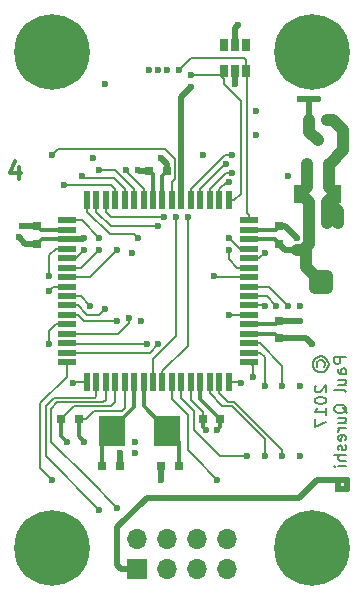
<source format=gbl>
G04 #@! TF.FileFunction,Copper,L4,Bot,Signal*
%FSLAX46Y46*%
G04 Gerber Fmt 4.6, Leading zero omitted, Abs format (unit mm)*
G04 Created by KiCad (PCBNEW 4.0.5) date 07/09/17 21:46:26*
%MOMM*%
%LPD*%
G01*
G04 APERTURE LIST*
%ADD10C,0.100000*%
%ADD11C,0.300000*%
%ADD12C,0.150000*%
%ADD13R,0.800000X0.750000*%
%ADD14R,1.000000X1.600000*%
%ADD15R,0.750000X0.800000*%
%ADD16R,0.800000X0.900000*%
%ADD17R,1.500000X0.550000*%
%ADD18R,0.550000X1.500000*%
%ADD19R,0.650000X1.060000*%
%ADD20R,2.260000X2.600000*%
%ADD21C,6.400000*%
%ADD22R,1.700000X1.700000*%
%ADD23O,1.700000X1.700000*%
%ADD24C,0.600000*%
%ADD25C,0.500000*%
%ADD26C,1.000000*%
%ADD27C,0.200000*%
G04 APERTURE END LIST*
D10*
D11*
X51185715Y-63778571D02*
X51185715Y-64778571D01*
X50828572Y-63207143D02*
X50471429Y-64278571D01*
X51400001Y-64278571D01*
D12*
X76465476Y-80647619D02*
X76417857Y-80552381D01*
X76417857Y-80361905D01*
X76465476Y-80266667D01*
X76560714Y-80171429D01*
X76655952Y-80123810D01*
X76846429Y-80123810D01*
X76941667Y-80171429D01*
X77036905Y-80266667D01*
X77084524Y-80361905D01*
X77084524Y-80552381D01*
X77036905Y-80647619D01*
X76084524Y-80457143D02*
X76132143Y-80219048D01*
X76275000Y-79980952D01*
X76513095Y-79838095D01*
X76751190Y-79790476D01*
X76989286Y-79838095D01*
X77227381Y-79980952D01*
X77370238Y-80219048D01*
X77417857Y-80457143D01*
X77370238Y-80695238D01*
X77227381Y-80933333D01*
X76989286Y-81076190D01*
X76751190Y-81123810D01*
X76513095Y-81076190D01*
X76275000Y-80933333D01*
X76132143Y-80695238D01*
X76084524Y-80457143D01*
X76322619Y-82266667D02*
X76275000Y-82314286D01*
X76227381Y-82409524D01*
X76227381Y-82647620D01*
X76275000Y-82742858D01*
X76322619Y-82790477D01*
X76417857Y-82838096D01*
X76513095Y-82838096D01*
X76655952Y-82790477D01*
X77227381Y-82219048D01*
X77227381Y-82838096D01*
X76227381Y-83457143D02*
X76227381Y-83552382D01*
X76275000Y-83647620D01*
X76322619Y-83695239D01*
X76417857Y-83742858D01*
X76608333Y-83790477D01*
X76846429Y-83790477D01*
X77036905Y-83742858D01*
X77132143Y-83695239D01*
X77179762Y-83647620D01*
X77227381Y-83552382D01*
X77227381Y-83457143D01*
X77179762Y-83361905D01*
X77132143Y-83314286D01*
X77036905Y-83266667D01*
X76846429Y-83219048D01*
X76608333Y-83219048D01*
X76417857Y-83266667D01*
X76322619Y-83314286D01*
X76275000Y-83361905D01*
X76227381Y-83457143D01*
X77227381Y-84742858D02*
X77227381Y-84171429D01*
X77227381Y-84457143D02*
X76227381Y-84457143D01*
X76370238Y-84361905D01*
X76465476Y-84266667D01*
X76513095Y-84171429D01*
X76227381Y-85076191D02*
X76227381Y-85742858D01*
X77227381Y-85314286D01*
X78877381Y-79838095D02*
X77877381Y-79838095D01*
X77877381Y-80219048D01*
X77925000Y-80314286D01*
X77972619Y-80361905D01*
X78067857Y-80409524D01*
X78210714Y-80409524D01*
X78305952Y-80361905D01*
X78353571Y-80314286D01*
X78401190Y-80219048D01*
X78401190Y-79838095D01*
X78877381Y-81266667D02*
X78353571Y-81266667D01*
X78258333Y-81219048D01*
X78210714Y-81123810D01*
X78210714Y-80933333D01*
X78258333Y-80838095D01*
X78829762Y-81266667D02*
X78877381Y-81171429D01*
X78877381Y-80933333D01*
X78829762Y-80838095D01*
X78734524Y-80790476D01*
X78639286Y-80790476D01*
X78544048Y-80838095D01*
X78496429Y-80933333D01*
X78496429Y-81171429D01*
X78448810Y-81266667D01*
X78210714Y-82171429D02*
X78877381Y-82171429D01*
X78210714Y-81742857D02*
X78734524Y-81742857D01*
X78829762Y-81790476D01*
X78877381Y-81885714D01*
X78877381Y-82028572D01*
X78829762Y-82123810D01*
X78782143Y-82171429D01*
X78877381Y-82790476D02*
X78829762Y-82695238D01*
X78734524Y-82647619D01*
X77877381Y-82647619D01*
X78972619Y-84600001D02*
X78925000Y-84504763D01*
X78829762Y-84409525D01*
X78686905Y-84266668D01*
X78639286Y-84171429D01*
X78639286Y-84076191D01*
X78877381Y-84123810D02*
X78829762Y-84028572D01*
X78734524Y-83933334D01*
X78544048Y-83885715D01*
X78210714Y-83885715D01*
X78020238Y-83933334D01*
X77925000Y-84028572D01*
X77877381Y-84123810D01*
X77877381Y-84314287D01*
X77925000Y-84409525D01*
X78020238Y-84504763D01*
X78210714Y-84552382D01*
X78544048Y-84552382D01*
X78734524Y-84504763D01*
X78829762Y-84409525D01*
X78877381Y-84314287D01*
X78877381Y-84123810D01*
X78210714Y-85409525D02*
X78877381Y-85409525D01*
X78210714Y-84980953D02*
X78734524Y-84980953D01*
X78829762Y-85028572D01*
X78877381Y-85123810D01*
X78877381Y-85266668D01*
X78829762Y-85361906D01*
X78782143Y-85409525D01*
X78877381Y-85885715D02*
X78210714Y-85885715D01*
X78401190Y-85885715D02*
X78305952Y-85933334D01*
X78258333Y-85980953D01*
X78210714Y-86076191D01*
X78210714Y-86171430D01*
X78829762Y-86885716D02*
X78877381Y-86790478D01*
X78877381Y-86600001D01*
X78829762Y-86504763D01*
X78734524Y-86457144D01*
X78353571Y-86457144D01*
X78258333Y-86504763D01*
X78210714Y-86600001D01*
X78210714Y-86790478D01*
X78258333Y-86885716D01*
X78353571Y-86933335D01*
X78448810Y-86933335D01*
X78544048Y-86457144D01*
X78829762Y-87314287D02*
X78877381Y-87409525D01*
X78877381Y-87600001D01*
X78829762Y-87695240D01*
X78734524Y-87742859D01*
X78686905Y-87742859D01*
X78591667Y-87695240D01*
X78544048Y-87600001D01*
X78544048Y-87457144D01*
X78496429Y-87361906D01*
X78401190Y-87314287D01*
X78353571Y-87314287D01*
X78258333Y-87361906D01*
X78210714Y-87457144D01*
X78210714Y-87600001D01*
X78258333Y-87695240D01*
X78877381Y-88171430D02*
X77877381Y-88171430D01*
X78877381Y-88600002D02*
X78353571Y-88600002D01*
X78258333Y-88552383D01*
X78210714Y-88457145D01*
X78210714Y-88314287D01*
X78258333Y-88219049D01*
X78305952Y-88171430D01*
X78877381Y-89076192D02*
X78210714Y-89076192D01*
X77877381Y-89076192D02*
X77925000Y-89028573D01*
X77972619Y-89076192D01*
X77925000Y-89123811D01*
X77877381Y-89076192D01*
X77972619Y-89076192D01*
D13*
X75750000Y-59750000D03*
X77250000Y-59750000D03*
D14*
X75000000Y-66000000D03*
X78000000Y-66000000D03*
D13*
X75750000Y-68500000D03*
X77250000Y-68500000D03*
X54750000Y-85074076D03*
X56250000Y-85074076D03*
X66750000Y-85074076D03*
X68250000Y-85074076D03*
D15*
X73250000Y-78250000D03*
X73250000Y-76750000D03*
X73250000Y-70250000D03*
X73250000Y-68750000D03*
D13*
X63750000Y-64074076D03*
X62250000Y-64074076D03*
D15*
X52750000Y-68750000D03*
X52750000Y-70250000D03*
D13*
X64750000Y-89074076D03*
X63250000Y-89074076D03*
X58250000Y-89074076D03*
X59750000Y-89074076D03*
D16*
X77450000Y-63500000D03*
X75550000Y-63500000D03*
X76500000Y-61500000D03*
D17*
X55250000Y-80274076D03*
X55250000Y-79474076D03*
X55250000Y-78674076D03*
X55250000Y-77874076D03*
X55250000Y-77074076D03*
X55250000Y-76274076D03*
X55250000Y-75474076D03*
X55250000Y-74674076D03*
X55250000Y-73874076D03*
X55250000Y-73074076D03*
X55250000Y-72274076D03*
X55250000Y-71474076D03*
X55250000Y-70674076D03*
X55250000Y-69874076D03*
X55250000Y-69074076D03*
X55250000Y-68274076D03*
D18*
X56950000Y-66574076D03*
X57750000Y-66574076D03*
X58550000Y-66574076D03*
X59350000Y-66574076D03*
X60150000Y-66574076D03*
X60950000Y-66574076D03*
X61750000Y-66574076D03*
X62550000Y-66574076D03*
X63350000Y-66574076D03*
X64150000Y-66574076D03*
X64950000Y-66574076D03*
X65750000Y-66574076D03*
X66550000Y-66574076D03*
X67350000Y-66574076D03*
X68150000Y-66574076D03*
X68950000Y-66574076D03*
D17*
X70650000Y-68274076D03*
X70650000Y-69074076D03*
X70650000Y-69874076D03*
X70650000Y-70674076D03*
X70650000Y-71474076D03*
X70650000Y-72274076D03*
X70650000Y-73074076D03*
X70650000Y-73874076D03*
X70650000Y-74674076D03*
X70650000Y-75474076D03*
X70650000Y-76274076D03*
X70650000Y-77074076D03*
X70650000Y-77874076D03*
X70650000Y-78674076D03*
X70650000Y-79474076D03*
X70650000Y-80274076D03*
D18*
X68950000Y-81974076D03*
X68150000Y-81974076D03*
X67350000Y-81974076D03*
X66550000Y-81974076D03*
X65750000Y-81974076D03*
X64950000Y-81974076D03*
X64150000Y-81974076D03*
X63350000Y-81974076D03*
X62550000Y-81974076D03*
X61750000Y-81974076D03*
X60950000Y-81974076D03*
X60150000Y-81974076D03*
X59350000Y-81974076D03*
X58550000Y-81974076D03*
X57750000Y-81974076D03*
X56950000Y-81974076D03*
D19*
X70450000Y-55600000D03*
X69500000Y-55600000D03*
X68550000Y-55600000D03*
X68550000Y-53400000D03*
X70450000Y-53400000D03*
X69500000Y-53400000D03*
D20*
X63750000Y-86074076D03*
X59090000Y-86074076D03*
D21*
X54000000Y-54000000D03*
X76000000Y-54000000D03*
X54000000Y-96000000D03*
X76000000Y-96000000D03*
D22*
X61190000Y-97790000D03*
D23*
X61190000Y-95250000D03*
X63730000Y-97790000D03*
X63730000Y-95250000D03*
X66270000Y-97790000D03*
X66270000Y-95250000D03*
X68810000Y-97790000D03*
X68810000Y-95250000D03*
D24*
X75000000Y-58000000D03*
X76500000Y-58000000D03*
X75750000Y-58000000D03*
X78250000Y-91000000D03*
X79000000Y-91000000D03*
X78250000Y-90250000D03*
X79000000Y-90250000D03*
X69750000Y-51750000D03*
X66750000Y-62750000D03*
X57500000Y-63000000D03*
X51200000Y-69700000D03*
X61250000Y-64000000D03*
X56750000Y-69750000D03*
X60750000Y-71000000D03*
X61500000Y-76750000D03*
X68000000Y-86000000D03*
X56750000Y-87000000D03*
X61000000Y-87000000D03*
X59750000Y-88000000D03*
X61000000Y-88000000D03*
X63250000Y-90250000D03*
X75000000Y-88250000D03*
X75000000Y-82250000D03*
X75000000Y-75500000D03*
X78000000Y-67250000D03*
X77250000Y-67750000D03*
X77250000Y-66852402D03*
X78250000Y-68500000D03*
X74000000Y-64500000D03*
X69500000Y-56750000D03*
X74750000Y-69750000D03*
X71250000Y-59000000D03*
X58500000Y-56750000D03*
X62250000Y-55500000D03*
X63000000Y-55500000D03*
X63750000Y-55500000D03*
X75000000Y-76750000D03*
X63250000Y-63000000D03*
X51500000Y-68750000D03*
X67000000Y-86000000D03*
X55250000Y-87000000D03*
X76000000Y-78750000D03*
X77250000Y-74000000D03*
X77250000Y-73000000D03*
X76250000Y-74000000D03*
X76250000Y-73000000D03*
X74750000Y-70750000D03*
X75500000Y-70500000D03*
X71250000Y-61000000D03*
X65750000Y-57000000D03*
X65500000Y-68000000D03*
X64500000Y-68000000D03*
X58000000Y-69750000D03*
X61250000Y-69750000D03*
X63000000Y-68750000D03*
X63500000Y-68000000D03*
X65750000Y-56000000D03*
X64750000Y-55500000D03*
X69250000Y-62750000D03*
X68750000Y-63500000D03*
X69250000Y-64250000D03*
X69000000Y-65000000D03*
X69000000Y-69750000D03*
X72000000Y-71000000D03*
X69000000Y-70750000D03*
X67750000Y-73000000D03*
X59500000Y-70750000D03*
X58000000Y-70750000D03*
X56750000Y-70750000D03*
X53750000Y-73000000D03*
X59500000Y-76750000D03*
X58500000Y-75750000D03*
X57250000Y-75500000D03*
X53750000Y-74250000D03*
X63000000Y-78750000D03*
X62000000Y-78750000D03*
X60500000Y-76500000D03*
X53750000Y-78750000D03*
X59500000Y-92600000D03*
X58000000Y-92750000D03*
X55802400Y-82000000D03*
X54000000Y-90250000D03*
X60250000Y-64000000D03*
X58000000Y-64000000D03*
X56500000Y-64500000D03*
X55000000Y-65250000D03*
X54000000Y-62750000D03*
X74000000Y-75500000D03*
X73000000Y-75500000D03*
X72000000Y-75500000D03*
X69000000Y-76250000D03*
X73500000Y-82250000D03*
X72000000Y-82250000D03*
X71000000Y-81500000D03*
X70000000Y-82000000D03*
X73500000Y-88250000D03*
X72000000Y-88250000D03*
X70500000Y-88250000D03*
X68000000Y-90250000D03*
D25*
X75750000Y-58000000D02*
X76500000Y-58000000D01*
X75750000Y-58000000D02*
X75000000Y-58000000D01*
X75750000Y-59750000D02*
X75750000Y-58000000D01*
X79000000Y-91000000D02*
X79000000Y-90250000D01*
X78250000Y-91000000D02*
X79000000Y-91000000D01*
X78250000Y-90250000D02*
X79000000Y-90250000D01*
X78250000Y-90250000D02*
X78250000Y-91000000D01*
X78250000Y-90250000D02*
X76418446Y-90250000D01*
X59500000Y-94250000D02*
X59500000Y-97450000D01*
X59500000Y-97450000D02*
X59840000Y-97790000D01*
X59840000Y-97790000D02*
X61190000Y-97790000D01*
X62000000Y-91750000D02*
X59500000Y-94250000D01*
X74918446Y-91750000D02*
X62000000Y-91750000D01*
X76418446Y-90250000D02*
X74918446Y-91750000D01*
X69750000Y-51750000D02*
X69500000Y-52000000D01*
X69500000Y-52000000D02*
X69500000Y-53400000D01*
D26*
X75750000Y-59750000D02*
X75750000Y-60750000D01*
X75750000Y-60750000D02*
X76500000Y-61500000D01*
D25*
X52750000Y-70250000D02*
X51750000Y-70250000D01*
X51750000Y-70250000D02*
X51200000Y-69700000D01*
X73750000Y-76750000D02*
X75000000Y-76750000D01*
X62250000Y-64074076D02*
X61324076Y-64074076D01*
X61324076Y-64074076D02*
X61250000Y-64000000D01*
X55250000Y-69874076D02*
X56625924Y-69874076D01*
X56625924Y-69874076D02*
X56750000Y-69750000D01*
D11*
X68250000Y-85074076D02*
X68250000Y-85750000D01*
X68250000Y-85750000D02*
X68000000Y-86000000D01*
X56250000Y-85074076D02*
X56250000Y-86500000D01*
X56250000Y-86500000D02*
X56750000Y-87000000D01*
D25*
X59750000Y-89074076D02*
X59750000Y-88000000D01*
X63250000Y-89074076D02*
X63250000Y-90250000D01*
D26*
X78250000Y-68500000D02*
X78250000Y-67500000D01*
X78250000Y-67500000D02*
X78000000Y-67250000D01*
X77250000Y-68500000D02*
X77250000Y-67750000D01*
D25*
X78000000Y-66000000D02*
X78000000Y-67250000D01*
D26*
X77250000Y-67750000D02*
X77250000Y-66852402D01*
D25*
X77250000Y-66750000D02*
X77250000Y-66852402D01*
X77250000Y-68500000D02*
X78250000Y-68500000D01*
X69500000Y-55600000D02*
X69500000Y-56750000D01*
X73250000Y-68750000D02*
X73750000Y-68750000D01*
X73750000Y-68750000D02*
X74750000Y-69750000D01*
D26*
X77450000Y-63500000D02*
X77500000Y-63500000D01*
X78650000Y-60650000D02*
X77750000Y-59750000D01*
X77750000Y-59750000D02*
X77250000Y-59750000D01*
X77500000Y-63500000D02*
X78650000Y-62350000D01*
X78650000Y-62350000D02*
X78650000Y-60650000D01*
X77250000Y-66750000D02*
X78000000Y-66000000D01*
X77450000Y-63500000D02*
X77450000Y-65450000D01*
X77450000Y-65450000D02*
X78000000Y-66000000D01*
D25*
X73250000Y-76750000D02*
X73750000Y-76750000D01*
D27*
X60150000Y-81974076D02*
X60150000Y-84150000D01*
X60150000Y-84150000D02*
X59900000Y-84400000D01*
X59900000Y-84400000D02*
X57524077Y-84400000D01*
X56850000Y-85074076D02*
X56250000Y-85074076D01*
X57524077Y-84400000D02*
X56850000Y-85074076D01*
D11*
X62550000Y-66574076D02*
X62550000Y-64374076D01*
X62550000Y-64374076D02*
X62250000Y-64074076D01*
X55250000Y-69874076D02*
X53125924Y-69874076D01*
X53125924Y-69874076D02*
X52750000Y-70250000D01*
X66550000Y-81974076D02*
X66550000Y-83399076D01*
X66550000Y-83399076D02*
X68225000Y-85074076D01*
X68225000Y-85074076D02*
X68250000Y-85074076D01*
X70650000Y-77074076D02*
X72925924Y-77074076D01*
X72925924Y-77074076D02*
X73250000Y-76750000D01*
X70650000Y-69074076D02*
X72925924Y-69074076D01*
X72925924Y-69074076D02*
X73250000Y-68750000D01*
D25*
X63750000Y-64074076D02*
X63750000Y-63500000D01*
X63750000Y-63500000D02*
X63250000Y-63000000D01*
X52750000Y-68750000D02*
X51500000Y-68750000D01*
D11*
X66750000Y-85074076D02*
X66750000Y-85750000D01*
X66750000Y-85750000D02*
X67000000Y-86000000D01*
X54750000Y-85074076D02*
X54750000Y-86500000D01*
X54750000Y-86500000D02*
X55250000Y-87000000D01*
D25*
X73250000Y-78250000D02*
X75500000Y-78250000D01*
X75500000Y-78250000D02*
X76000000Y-78750000D01*
X74750000Y-70750000D02*
X73750000Y-70750000D01*
X73750000Y-70750000D02*
X73250000Y-70250000D01*
D26*
X77250000Y-74000000D02*
X76250000Y-74000000D01*
X77250000Y-73000000D02*
X77250000Y-74000000D01*
X76250000Y-73000000D02*
X77250000Y-73000000D01*
X76250000Y-73000000D02*
X76250000Y-74000000D01*
X75500000Y-70500000D02*
X75500000Y-72250000D01*
X75500000Y-72250000D02*
X76250000Y-73000000D01*
X75500000Y-70500000D02*
X75250000Y-70750000D01*
X75250000Y-70750000D02*
X74750000Y-70750000D01*
X75750000Y-68500000D02*
X75750000Y-70250000D01*
X75750000Y-70250000D02*
X75500000Y-70500000D01*
X75750000Y-68500000D02*
X75750000Y-66750000D01*
X75750000Y-66750000D02*
X75000000Y-66000000D01*
X75550000Y-63500000D02*
X75550000Y-65450000D01*
X75550000Y-65450000D02*
X75000000Y-66000000D01*
D27*
X66750000Y-85074076D02*
X66750000Y-84499076D01*
X66750000Y-84499076D02*
X65750000Y-83499076D01*
X65750000Y-83499076D02*
X65750000Y-82924076D01*
X65750000Y-82924076D02*
X65750000Y-81974076D01*
X59350000Y-81974076D02*
X59350000Y-83650000D01*
X59350000Y-83650000D02*
X59000000Y-84000000D01*
X59000000Y-84000000D02*
X55849076Y-84000000D01*
X55849076Y-84000000D02*
X54775000Y-85074076D01*
X54775000Y-85074076D02*
X54750000Y-85074076D01*
D11*
X63350000Y-66574076D02*
X63350000Y-64474076D01*
X63350000Y-64474076D02*
X63750000Y-64074076D01*
X55250000Y-69074076D02*
X53074076Y-69074076D01*
X53074076Y-69074076D02*
X52750000Y-68750000D01*
X66725000Y-85074076D02*
X66750000Y-85074076D01*
X70650000Y-77874076D02*
X72874076Y-77874076D01*
X72874076Y-77874076D02*
X73250000Y-78250000D01*
X70650000Y-69874076D02*
X72874076Y-69874076D01*
X72874076Y-69874076D02*
X73250000Y-70250000D01*
X64750000Y-89074076D02*
X64750000Y-87074076D01*
X64750000Y-87074076D02*
X63750000Y-86074076D01*
X61750000Y-81974076D02*
X61750000Y-84000000D01*
X61750000Y-84000000D02*
X63750000Y-86000000D01*
X63750000Y-86000000D02*
X63750000Y-86074076D01*
X58250000Y-89074076D02*
X58250000Y-86914076D01*
X58250000Y-86914076D02*
X59090000Y-86074076D01*
X60950000Y-81974076D02*
X60950000Y-84044076D01*
X60950000Y-84044076D02*
X59090000Y-85904076D01*
X59090000Y-85904076D02*
X59090000Y-86074076D01*
D25*
X64950000Y-59700000D02*
X64950000Y-57800000D01*
X64950000Y-57800000D02*
X65750000Y-57000000D01*
X64950000Y-66574076D02*
X64950000Y-59700000D01*
D27*
X63350000Y-81974076D02*
X63350000Y-81024076D01*
X63350000Y-81024076D02*
X65500000Y-78874076D01*
X65500000Y-78874076D02*
X65500000Y-77565936D01*
X65500000Y-77565936D02*
X65500000Y-68000000D01*
X62550000Y-81974076D02*
X62550000Y-80017554D01*
X62550000Y-80017554D02*
X64500000Y-78067554D01*
X64500000Y-78067554D02*
X64500000Y-68000000D01*
X58000000Y-69750000D02*
X56524076Y-68274076D01*
X56524076Y-68274076D02*
X55250000Y-68274076D01*
X61250000Y-69750000D02*
X60950001Y-69450001D01*
X60950001Y-69450001D02*
X58875925Y-69450001D01*
X58875925Y-69450001D02*
X56950000Y-67524076D01*
X56950000Y-67524076D02*
X56950000Y-66574076D01*
X63000000Y-68750000D02*
X58975924Y-68750000D01*
X58975924Y-68750000D02*
X57750000Y-67524076D01*
X57750000Y-67524076D02*
X57750000Y-66574076D01*
X59000000Y-68000000D02*
X58550000Y-67550000D01*
X58550000Y-67550000D02*
X58550000Y-66574076D01*
X63500000Y-68000000D02*
X59000000Y-68000000D01*
X68950000Y-66574076D02*
X69425000Y-66574076D01*
X69425000Y-66574076D02*
X70000000Y-65999076D01*
X70000000Y-65999076D02*
X70000000Y-58150000D01*
X68550000Y-56700000D02*
X68550000Y-56300000D01*
X70000000Y-58150000D02*
X68550000Y-56700000D01*
X68550000Y-56300000D02*
X68250000Y-56000000D01*
X65750000Y-56000000D02*
X68000000Y-56000000D01*
X68000000Y-56000000D02*
X68250000Y-56000000D01*
X68250000Y-56000000D02*
X68250000Y-55900000D01*
X68250000Y-55900000D02*
X68550000Y-55600000D01*
X70250000Y-54500000D02*
X70450000Y-54700000D01*
X70450000Y-54700000D02*
X70450000Y-55600000D01*
X65750000Y-54500000D02*
X70250000Y-54500000D01*
X64750000Y-55500000D02*
X65750000Y-54500000D01*
X70650000Y-68274076D02*
X70650000Y-67799076D01*
X70650000Y-67799076D02*
X70500000Y-67649076D01*
X70500000Y-67649076D02*
X70500000Y-55650000D01*
X70500000Y-55650000D02*
X70450000Y-55600000D01*
X65750000Y-66574076D02*
X65750000Y-65624076D01*
X65750000Y-65624076D02*
X68624076Y-62750000D01*
X68624076Y-62750000D02*
X69250000Y-62750000D01*
X66550000Y-66574076D02*
X66550000Y-65624076D01*
X66550000Y-65624076D02*
X68674076Y-63500000D01*
X68674076Y-63500000D02*
X68750000Y-63500000D01*
X67350000Y-66574076D02*
X67350000Y-65624076D01*
X67350000Y-65624076D02*
X68724076Y-64250000D01*
X68724076Y-64250000D02*
X69250000Y-64250000D01*
X68150000Y-66574076D02*
X68150000Y-65624076D01*
X68150000Y-65624076D02*
X68774076Y-65000000D01*
X68774076Y-65000000D02*
X69000000Y-65000000D01*
X70650000Y-70674076D02*
X69924076Y-70674076D01*
X69924076Y-70674076D02*
X69000000Y-69750000D01*
X70650000Y-71474076D02*
X71525924Y-71474076D01*
X71525924Y-71474076D02*
X72000000Y-71000000D01*
X69000000Y-70750000D02*
X69000000Y-71574076D01*
X69000000Y-71574076D02*
X69700000Y-72274076D01*
X69700000Y-72274076D02*
X70650000Y-72274076D01*
X70650000Y-73074076D02*
X67824076Y-73074076D01*
X67824076Y-73074076D02*
X67750000Y-73000000D01*
X55250000Y-73074076D02*
X57175924Y-73074076D01*
X57175924Y-73074076D02*
X59500000Y-70750000D01*
X55250000Y-72274076D02*
X56475924Y-72274076D01*
X56475924Y-72274076D02*
X58000000Y-70750000D01*
X55250000Y-71474076D02*
X56025924Y-71474076D01*
X56025924Y-71474076D02*
X56750000Y-70750000D01*
X55250000Y-70674076D02*
X54300000Y-70674076D01*
X54300000Y-70674076D02*
X53750000Y-71224076D01*
X53750000Y-71224076D02*
X53750000Y-73000000D01*
X56675924Y-76750000D02*
X59500000Y-76750000D01*
X55250000Y-76274076D02*
X56200000Y-76274076D01*
X56200000Y-76274076D02*
X56675924Y-76750000D01*
X56975924Y-76250000D02*
X58000000Y-76250000D01*
X58000000Y-76250000D02*
X58500000Y-75750000D01*
X55250000Y-75474076D02*
X56200000Y-75474076D01*
X56200000Y-75474076D02*
X56975924Y-76250000D01*
X55250000Y-74674076D02*
X56424076Y-74674076D01*
X56424076Y-74674076D02*
X57250000Y-75500000D01*
X53750000Y-74250000D02*
X54125924Y-73874076D01*
X54125924Y-73874076D02*
X55250000Y-73874076D01*
X63000000Y-78750000D02*
X62275924Y-79474076D01*
X62275924Y-79474076D02*
X55250000Y-79474076D01*
X62000000Y-78750000D02*
X55325924Y-78750000D01*
X55325924Y-78750000D02*
X55250000Y-78674076D01*
X60500000Y-76500000D02*
X60500000Y-77000000D01*
X60500000Y-77000000D02*
X59625924Y-77874076D01*
X59625924Y-77874076D02*
X56200000Y-77874076D01*
X56200000Y-77874076D02*
X55250000Y-77874076D01*
X53750000Y-78750000D02*
X53750000Y-77624076D01*
X53750000Y-77624076D02*
X54300000Y-77074076D01*
X54300000Y-77074076D02*
X55250000Y-77074076D01*
X58550000Y-81974076D02*
X58550000Y-83450000D01*
X58550000Y-83450000D02*
X58352410Y-83647590D01*
X58352410Y-83647590D02*
X54452410Y-83647590D01*
X54452410Y-83647590D02*
X53900000Y-84200000D01*
X53900000Y-84200000D02*
X53900000Y-87000000D01*
X53900000Y-87000000D02*
X57100000Y-90200000D01*
X57100000Y-90200000D02*
X59500000Y-92600000D01*
X53500000Y-86100000D02*
X53500000Y-88250000D01*
X53500000Y-88250000D02*
X58000000Y-92750000D01*
X53500000Y-85998383D02*
X53500000Y-86100000D01*
X53500000Y-84000000D02*
X53500000Y-85998383D01*
X54204820Y-83295180D02*
X53500000Y-84000000D01*
X56100000Y-83295180D02*
X54204820Y-83295180D01*
X57600000Y-83295180D02*
X56100000Y-83295180D01*
X57750000Y-83145180D02*
X57600000Y-83295180D01*
X57750000Y-81974076D02*
X57750000Y-83145180D01*
X56950000Y-81974076D02*
X55828324Y-81974076D01*
X55828324Y-81974076D02*
X55802400Y-82000000D01*
X53000000Y-86250000D02*
X53000000Y-89250000D01*
X53000000Y-89250000D02*
X54000000Y-90250000D01*
X55250000Y-80274076D02*
X55250000Y-81500000D01*
X55250000Y-81500000D02*
X53000000Y-83750000D01*
X53000000Y-83750000D02*
X53000000Y-86250000D01*
X61750000Y-66574076D02*
X61750000Y-65624076D01*
X61750000Y-65624076D02*
X60250000Y-64124076D01*
X60250000Y-64124076D02*
X60250000Y-64000000D01*
X60950000Y-66574076D02*
X60950000Y-65624076D01*
X60950000Y-65624076D02*
X59325924Y-64000000D01*
X59325924Y-64000000D02*
X58000000Y-64000000D01*
X59223524Y-64697600D02*
X56697600Y-64697600D01*
X56697600Y-64697600D02*
X56500000Y-64500000D01*
X60150000Y-66574076D02*
X60150000Y-65624076D01*
X60150000Y-65624076D02*
X59223524Y-64697600D01*
X59350000Y-66574076D02*
X59350000Y-65624076D01*
X59350000Y-65624076D02*
X58975924Y-65250000D01*
X58975924Y-65250000D02*
X55000000Y-65250000D01*
X64150000Y-66574076D02*
X64150000Y-65047590D01*
X54500000Y-62250000D02*
X54000000Y-62750000D01*
X64150000Y-65047590D02*
X64402401Y-64795189D01*
X64402401Y-64795189D02*
X64402401Y-63097599D01*
X64402401Y-63097599D02*
X63554802Y-62250000D01*
X63554802Y-62250000D02*
X54500000Y-62250000D01*
X70650000Y-73874076D02*
X72374076Y-73874076D01*
X72374076Y-73874076D02*
X74000000Y-75500000D01*
X70650000Y-74674076D02*
X72174076Y-74674076D01*
X72174076Y-74674076D02*
X73000000Y-75500000D01*
X70650000Y-75474076D02*
X71974076Y-75474076D01*
X71974076Y-75474076D02*
X72000000Y-75500000D01*
X69000000Y-76250000D02*
X70625924Y-76250000D01*
X70625924Y-76250000D02*
X70650000Y-76274076D01*
X70650000Y-78674076D02*
X71600000Y-78674076D01*
X71600000Y-78674076D02*
X73500000Y-80574076D01*
X73500000Y-80574076D02*
X73500000Y-82250000D01*
X72000000Y-82250000D02*
X72000000Y-79874076D01*
X72000000Y-79874076D02*
X71600000Y-79474076D01*
X71600000Y-79474076D02*
X70650000Y-79474076D01*
X71000000Y-81500000D02*
X71000000Y-80624076D01*
X71000000Y-80624076D02*
X70650000Y-80274076D01*
X68950000Y-81974076D02*
X69974076Y-81974076D01*
X69974076Y-81974076D02*
X70000000Y-82000000D01*
X68150000Y-81974076D02*
X68150000Y-82924076D01*
X68150000Y-82924076D02*
X68873514Y-83647590D01*
X68873514Y-83647590D02*
X69395973Y-83647590D01*
X69395973Y-83647590D02*
X73500000Y-87751617D01*
X73500000Y-87751617D02*
X73500000Y-88250000D01*
X69250000Y-84000000D02*
X72000000Y-86750000D01*
X72000000Y-86750000D02*
X72000000Y-88250000D01*
X68425924Y-84000000D02*
X69250000Y-84000000D01*
X67350000Y-81974076D02*
X67350000Y-82924076D01*
X67350000Y-82924076D02*
X68425924Y-84000000D01*
X66000000Y-86000000D02*
X68250000Y-88250000D01*
X68250000Y-88250000D02*
X70500000Y-88250000D01*
X66000000Y-85553398D02*
X66000000Y-86000000D01*
X66000000Y-84399556D02*
X66000000Y-85553398D01*
X64950000Y-81974076D02*
X64950000Y-83349556D01*
X64950000Y-83349556D02*
X66000000Y-84399556D01*
X64150000Y-81974076D02*
X64150000Y-83400000D01*
X64150000Y-83400000D02*
X65500000Y-84750000D01*
X65500000Y-84750000D02*
X65500000Y-87750000D01*
X65500000Y-87750000D02*
X66000000Y-88250000D01*
X66000000Y-88250000D02*
X68000000Y-90250000D01*
M02*

</source>
